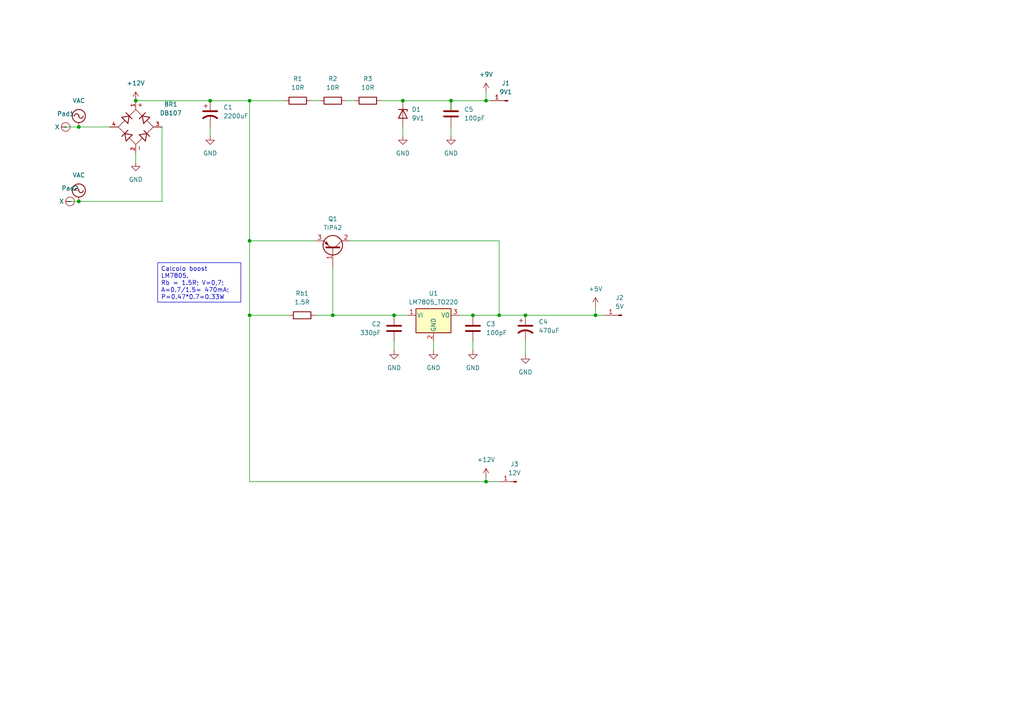
<source format=kicad_sch>
(kicad_sch (version 20230121) (generator eeschema)
  (paper "A4")
  (title_block (title "Dag Supply") (date "2024-02-10") (rev "v0.1.2") (company "DagTech"))
  (lib_symbols
    (symbol "Connector:Conn_01x01_Pin" (pin_names (offset 1.016) hide)
      (property "Reference" "J" (at 0 2.54 0))
      (property "Value" "Conn_01x01_Pin" (at 0 -2.54 0))
      (symbol "Conn_01x01_Pin_1_1"
        (polyline (pts (xy 1.27 0) (xy 0.8636 0)) (stroke (width 0.1524)))
        (rectangle (start 0.8636 0.127) (end 0 -0.127) (stroke (width 0.1524)) (fill (type outline)))
        (pin passive line (at 5.08 0 180) (length 3.81) (name "Pin_1") (number "1"))
      )
    )
    (symbol "DB107:DB107" (pin_names (offset 1.016))
      (property "Reference" "BR" (at 5.08 5.08 0))
      (property "Value" "DB107" (at 5.08 -7.62 0))
      (symbol "DB107_0_0"
        (polyline (pts (xy -6.858 1.27) (xy -5.842 1.27)) (stroke (width 0.1524)))
        (polyline (pts (xy -6.35 0.762) (xy -6.35 1.778)) (stroke (width 0.1524)))
        (polyline (pts (xy -5.08 0) (xy -3.175 -1.905)) (stroke (width 0.1524)))
        (polyline (pts (xy -3.175 -1.905) (xy -2.794 -4.064)) (stroke (width 0.254)))
        (polyline (pts (xy -3.175 -1.905) (xy -1.016 -2.286)) (stroke (width 0.254)))
        (polyline (pts (xy -3.175 1.905) (xy -5.08 0)) (stroke (width 0.1524)))
        (polyline (pts (xy -3.175 1.905) (xy -2.794 4.064)) (stroke (width 0.254)))
        (polyline (pts (xy -3.175 1.905) (xy -1.016 2.286)) (stroke (width 0.254)))
        (polyline (pts (xy -2.3622 -1.0668) (xy -4.1402 -2.8448)) (stroke (width 0.254)))
        (polyline (pts (xy -2.3622 1.016) (xy -4.1402 2.794)) (stroke (width 0.254)))
        (polyline (pts (xy -1.016 -2.286) (xy -2.794 -4.064)) (stroke (width 0.254)))
        (polyline (pts (xy -1.016 2.286) (xy -2.794 4.064)) (stroke (width 0.254)))
        (polyline (pts (xy 0 -5.08) (xy -1.8034 -3.2766)) (stroke (width 0.1524)))
        (polyline (pts (xy 0 -5.08) (xy 1.905 -3.175)) (stroke (width 0.1524)))
        (polyline (pts (xy 0 5.08) (xy -1.8034 3.2766)) (stroke (width 0.1524)))
        (polyline (pts (xy 1.905 -3.175) (xy 2.286 -1.016)) (stroke (width 0.254)))
        (polyline (pts (xy 1.905 -3.175) (xy 4.064 -2.794)) (stroke (width 0.254)))
        (polyline (pts (xy 1.905 3.175) (xy 0 5.08)) (stroke (width 0.1524)))
        (polyline (pts (xy 1.905 3.175) (xy 2.286 1.016)) (stroke (width 0.254)))
        (polyline (pts (xy 1.905 3.175) (xy 4.064 2.794)) (stroke (width 0.254)))
        (polyline (pts (xy 2.7178 -4.0386) (xy 0.9398 -2.2606)) (stroke (width 0.254)))
        (polyline (pts (xy 2.7178 4.0386) (xy 1.0668 2.3876)) (stroke (width 0.254)))
        (polyline (pts (xy 3.2766 -1.8034) (xy 5.08 0)) (stroke (width 0.1524)))
        (polyline (pts (xy 4.064 -2.794) (xy 2.286 -1.016)) (stroke (width 0.254)))
        (polyline (pts (xy 4.064 2.794) (xy 2.286 1.016)) (stroke (width 0.254)))
        (polyline (pts (xy 5.08 0) (xy 3.2766 1.8034)) (stroke (width 0.1524)))
        (polyline (pts (xy 5.588 1.016) (xy 6.604 1.016)) (stroke (width 0.1524)))
        (pin passive line (at -7.62 0 0) (length 2.54) (name "~") (number "1"))
        (pin passive line (at 7.62 0 180) (length 2.54) (name "~") (number "2"))
        (pin passive line (at 0 7.62 270) (length 2.54) (name "~") (number "3"))
        (pin passive line (at 0 -7.62 90) (length 2.54) (name "~") (number "4"))
      )
    )
    (symbol "Device:C" (pin_numbers hide) (pin_names (offset 0.254))
      (property "Reference" "C" (at 0.635 2.54 0))
      (property "Value" "C" (at 0.635 -2.54 0))
      (symbol "C_0_1"
        (polyline (pts (xy -2.032 -0.762) (xy 2.032 -0.762)) (stroke (width 0.508)))
        (polyline (pts (xy -2.032 0.762) (xy 2.032 0.762)) (stroke (width 0.508)))
      )
      (symbol "C_1_1"
        (pin passive line (at 0 3.81 270) (length 2.794) (name "~") (number "1"))
        (pin passive line (at 0 -3.81 90) (length 2.794) (name "~") (number "2"))
      )
    )
    (symbol "Device:C_Polarized_US" (pin_numbers hide) (pin_names (offset 0.254) hide)
      (property "Reference" "C" (at 0.635 2.54 0))
      (property "Value" "C_Polarized_US" (at 0.635 -2.54 0))
      (symbol "C_Polarized_US_0_1"
        (polyline (pts (xy -2.032 0.762) (xy 2.032 0.762)) (stroke (width 0.508)))
        (polyline (pts (xy -1.778 2.286) (xy -0.762 2.286)))
        (polyline (pts (xy -1.27 1.778) (xy -1.27 2.794)))
        (arc (start 2.032 -1.27) (mid 0 -0.5572) (end -2.032 -1.27) (stroke (width 0.508)))
      )
      (symbol "C_Polarized_US_1_1"
        (pin passive line (at 0 3.81 270) (length 2.794) (name "~") (number "1"))
        (pin passive line (at 0 -3.81 90) (length 3.302) (name "~") (number "2"))
      )
    )
    (symbol "Device:D_Zener" (pin_numbers hide) (pin_names (offset 1.016) hide)
      (property "Reference" "D" (at 0 2.54 0))
      (property "Value" "D_Zener" (at 0 -2.54 0))
      (symbol "D_Zener_0_1"
        (polyline (pts (xy 1.27 0) (xy -1.27 0)))
        (polyline (pts (xy -1.27 -1.27) (xy -1.27 1.27) (xy -0.762 1.27)) (stroke (width 0.254)))
        (polyline (pts (xy 1.27 -1.27) (xy 1.27 1.27) (xy -1.27 0) (xy 1.27 -1.27)) (stroke (width 0.254)))
      )
      (symbol "D_Zener_1_1"
        (pin passive line (at -3.81 0 0) (length 2.54) (name "K") (number "1"))
        (pin passive line (at 3.81 0 180) (length 2.54) (name "A") (number "2"))
      )
    )
    (symbol "Device:R" (pin_numbers hide) (pin_names (offset 0))
      (property "Reference" "R" (at 2.032 0 90))
      (property "Value" "R" (at 0 0 90))
      (symbol "R_0_1"
        (rectangle (start -1.016 -2.54) (end 1.016 2.54) (stroke (width 0.254)))
      )
      (symbol "R_1_1"
        (pin passive line (at 0 3.81 270) (length 1.27) (name "~") (number "1"))
        (pin passive line (at 0 -3.81 90) (length 1.27) (name "~") (number "2"))
      )
    )
    (symbol "Regulator_Linear:LM7805_TO220" (pin_names (offset 0.254))
      (property "Reference" "U" (at -3.81 3.175 0))
      (property "Value" "LM7805_TO220" (at 0 3.175 0))
      (symbol "LM7805_TO220_0_1"
        (rectangle (start -5.08 1.905) (end 5.08 -5.08) (stroke (width 0.254)) (fill (type background)))
      )
      (symbol "LM7805_TO220_1_1"
        (pin power_in line (at -7.62 0 0) (length 2.54) (name "VI") (number "1"))
        (pin power_in line (at 0 -7.62 90) (length 2.54) (name "GND") (number "2"))
        (pin power_out line (at 7.62 0 180) (length 2.54) (name "VO") (number "3"))
      )
    )
    (symbol "Transistor_BJT:TIP42" (pin_names (offset 0) hide)
      (property "Reference" "Q" (at 6.35 1.905 0))
      (property "Value" "TIP42" (at 6.35 0 0))
      (symbol "TIP42_0_1"
        (polyline (pts (xy 0.635 0.635) (xy 2.54 2.54)))
        (polyline (pts (xy 0.635 -0.635) (xy 2.54 -2.54) (xy 2.54 -2.54)))
        (polyline (pts (xy 0.635 1.905) (xy 0.635 -1.905) (xy 0.635 -1.905)) (stroke (width 0.508)))
        (polyline (pts (xy 2.286 -1.778) (xy 1.778 -2.286) (xy 1.27 -1.27) (xy 2.286 -1.778) (xy 2.286 -1.778)) (fill (type outline)))
        (circle (center 1.27 0) (radius 2.8194) (stroke (width 0.254)))
      )
      (symbol "TIP42_1_1"
        (pin input line (at -5.08 0 0) (length 5.715) (name "B") (number "1"))
        (pin passive line (at 2.54 5.08 270) (length 2.54) (name "C") (number "2"))
        (pin passive line (at 2.54 -5.08 90) (length 2.54) (name "E") (number "3"))
      )
    )
    (symbol "dag1:dag-pad"
      (property "Reference" "Pad" (at 0 2.54 0))
      (symbol "dag-pad_0_1"
        (circle (center 0 0) (radius 1.27))
      )
      (symbol "dag-pad_1_1"
        (pin bidirectional line (at 0 0 0) (length 1.25) (name "X") (number ""))
      )
    )
    (symbol "power:+12V" (power) (pin_names (offset 0))
      (property "Value" "+12V" (at 0 3.556 0))
      (symbol "+12V_0_1"
        (polyline (pts (xy -0.762 1.27) (xy 0 2.54)))
        (polyline (pts (xy 0 0) (xy 0 2.54)))
        (polyline (pts (xy 0 2.54) (xy 0.762 1.27)))
      )
      (symbol "+12V_1_1"
        (pin power_in line (at 0 0 90) (length 0) hide (name "+12V") (number "1"))
      )
    )
    (symbol "power:+5V" (power) (pin_names (offset 0))
      (property "Value" "+5V" (at 0 3.556 0))
      (symbol "+5V_0_1"
        (polyline (pts (xy -0.762 1.27) (xy 0 2.54)))
        (polyline (pts (xy 0 0) (xy 0 2.54)))
        (polyline (pts (xy 0 2.54) (xy 0.762 1.27)))
      )
      (symbol "+5V_1_1"
        (pin power_in line (at 0 0 90) (length 0) hide (name "+5V") (number "1"))
      )
    )
    (symbol "power:+9V" (power) (pin_names (offset 0))
      (property "Value" "+9V" (at 0 3.556 0))
      (symbol "+9V_0_1"
        (polyline (pts (xy -0.762 1.27) (xy 0 2.54)))
        (polyline (pts (xy 0 0) (xy 0 2.54)))
        (polyline (pts (xy 0 2.54) (xy 0.762 1.27)))
      )
      (symbol "+9V_1_1"
        (pin power_in line (at 0 0 90) (length 0) hide (name "+9V") (number "1"))
      )
    )
    (symbol "power:GND" (power) (pin_names (offset 0))
      (property "Value" "GND" (at 0 -3.81 0))
      (symbol "GND_0_1"
        (polyline (pts (xy 0 0) (xy 0 -1.27) (xy 1.27 -1.27) (xy 0 -2.54) (xy -1.27 -1.27) (xy 0 -1.27)))
      )
      (symbol "GND_1_1"
        (pin power_in line (at 0 0 270) (length 0) hide (name "GND") (number "1"))
      )
    )
    (symbol "power:VAC" (power) (pin_names (offset 0))
      (property "Value" "VAC" (at 0 6.35 0))
      (symbol "VAC_0_1"
        (polyline (pts (xy 0 0) (xy 0 1.27)))
        (arc (start 0 3.175) (mid -0.635 3.8073) (end -1.27 3.175) (stroke (width 0.254)))
        (arc (start 0 3.175) (mid 0.635 2.5427) (end 1.27 3.175) (stroke (width 0.254)))
        (circle (center 0 3.175) (radius 1.905) (stroke (width 0.254)))
      )
      (symbol "VAC_1_1"
        (pin power_in line (at 0 0 90) (length 0) hide (name "VAC") (number "1"))
      )
    )
  )
  (junction (at 130.81 29.21))
  (junction (at 140.97 29.21))
  (junction (at 72.39 69.85))
  (junction (at 116.84 29.21))
  (junction (at 22.86 36.83))
  (junction (at 72.39 29.21))
  (junction (at 96.52 91.44))
  (junction (at 172.72 91.44))
  (junction (at 114.3 91.44))
  (junction (at 60.96 29.21))
  (junction (at 152.4 91.44))
  (junction (at 140.97 139.7))
  (junction (at 137.16 91.44))
  (junction (at 144.78 91.44))
  (junction (at 22.86 58.42))
  (junction (at 39.37 29.21))
  (junction (at 72.39 91.44))
  (wire (pts (xy 101.6 69.85) (xy 144.78 69.85)))
  (wire (pts (xy 140.97 139.7) (xy 72.39 139.7)))
  (wire (pts (xy 133.35 91.44) (xy 137.16 91.44)))
  (wire (pts (xy 22.86 36.83) (xy 31.75 36.83)))
  (wire (pts (xy 72.39 69.85) (xy 72.39 91.44)))
  (wire (pts (xy 72.39 69.85) (xy 91.44 69.85)))
  (wire (pts (xy 116.84 36.83) (xy 116.84 39.37)))
  (wire (pts (xy 137.16 99.06) (xy 137.16 101.6)))
  (wire (pts (xy 60.96 29.21) (xy 72.39 29.21)))
  (wire (pts (xy 125.73 99.06) (xy 125.73 101.6)))
  (wire (pts (xy 144.78 139.7) (xy 140.97 139.7)))
  (wire (pts (xy 72.39 29.21) (xy 82.55 29.21)))
  (wire (pts (xy 96.52 91.44) (xy 91.44 91.44)))
  (wire (pts (xy 152.4 91.44) (xy 172.72 91.44)))
  (wire (pts (xy 130.81 36.83) (xy 130.81 39.37)))
  (wire (pts (xy 60.96 36.83) (xy 60.96 39.37)))
  (wire (pts (xy 140.97 138.43) (xy 140.97 139.7)))
  (wire (pts (xy 114.3 99.06) (xy 114.3 101.6)))
  (wire (pts (xy 137.16 91.44) (xy 144.78 91.44)))
  (wire (pts (xy 130.81 31.75) (xy 130.81 29.21)))
  (wire (pts (xy 144.78 69.85) (xy 144.78 91.44)))
  (wire (pts (xy 140.97 29.21) (xy 142.24 29.21)))
  (wire (pts (xy 39.37 44.45) (xy 39.37 46.99)))
  (wire (pts (xy 83.82 91.44) (xy 72.39 91.44)))
  (wire (pts (xy 46.99 58.42) (xy 46.99 36.83)))
  (wire (pts (xy 22.86 58.42) (xy 46.99 58.42)))
  (wire (pts (xy 72.39 91.44) (xy 72.39 139.7)))
  (wire (pts (xy 172.72 88.9) (xy 172.72 91.44)))
  (wire (pts (xy 114.3 91.44) (xy 96.52 91.44)))
  (wire (pts (xy 20.32 58.42) (xy 22.86 58.42)))
  (wire (pts (xy 96.52 77.47) (xy 96.52 91.44)))
  (wire (pts (xy 110.49 29.21) (xy 116.84 29.21)))
  (wire (pts (xy 130.81 29.21) (xy 140.97 29.21)))
  (wire (pts (xy 72.39 29.21) (xy 72.39 69.85)))
  (wire (pts (xy 144.78 91.44) (xy 152.4 91.44)))
  (wire (pts (xy 140.97 26.67) (xy 140.97 29.21)))
  (wire (pts (xy 19.05 36.83) (xy 22.86 36.83)))
  (wire (pts (xy 152.4 99.06) (xy 152.4 102.87)))
  (wire (pts (xy 114.3 91.44) (xy 118.11 91.44)))
  (wire (pts (xy 100.33 29.21) (xy 102.87 29.21)))
  (wire (pts (xy 172.72 91.44) (xy 175.26 91.44)))
  (wire (pts (xy 39.37 29.21) (xy 60.96 29.21)))
  (wire (pts (xy 116.84 29.21) (xy 130.81 29.21)))
  (wire (pts (xy 90.17 29.21) (xy 92.71 29.21)))
  (text_box "Calcolo boost LM7805.\nRb = 1.5R; V=0,7; \nA=0.7/1.5= 470mA; \nP=0.47*0.7=0.33W\n" (at 45.72 76.2 0) (size 24.13 11.43) (effects (font (size 1.27 1.27)) (justify left top)))
  (symbol (lib_id "power:GND") (at 39.37 46.99 0) (unit 1)
    (property "Reference" "#PWR01" (effects hide))
    (property "Value" "GND" (at 39.37 52.07 0))
  )
  (symbol (lib_id "power:GND") (at 130.81 39.37 0) (unit 1)
    (property "Reference" "#PWR08" (effects hide))
    (property "Value" "GND" (at 130.81 44.45 0))
  )
  (symbol (lib_id "Transistor_BJT:TIP42") (at 96.52 72.39 270) (mirror x) (unit 1)
    (property "Reference" "Q1" (at 96.52 63.5 90))
    (property "Value" "TIP42" (at 96.52 66.04 90))
    (property "Footprint" "Package_TO_SOT_THT:TO-220-3_Vertical" (effects hide))
    (property "Datasheet" "https://www.centralsemi.com/get_document.php?cmp=1&mergetype=pd&mergepath=pd&pdf_id=TIP42.PDF" (effects hide))
  )
  (symbol (lib_id "dag1:dag-pad") (at 20.32 58.42 0) (mirror y) (unit 1)
    (property "Reference" "Pad2" (at 20.32 54.61 0))
    (property "Value" "~" (at 20.32 58.42 0))
    (property "Footprint" "dag:dag-pad" (effects hide))
  )
  (symbol (lib_id "Device:R") (at 86.36 29.21 90) (unit 1)
    (property "Reference" "R1" (at 86.36 22.86 90))
    (property "Value" "10R" (at 86.36 25.4 90))
    (property "Footprint" "Resistor_THT:R_Axial_DIN0516_L15.5mm_D5.0mm_P20.32mm_Horizontal" (effects hide))
  )
  (symbol (lib_id "Regulator_Linear:LM7805_TO220") (at 125.73 91.44 0) (unit 1)
    (property "Reference" "U1" (at 125.73 85.09 0))
    (property "Value" "LM7805_TO220" (at 125.73 87.63 0))
    (property "Footprint" "Package_TO_SOT_THT:TO-220-3_Vertical" (effects hide))
    (property "Datasheet" "https://www.onsemi.cn/PowerSolutions/document/MC7800-D.PDF" (effects hide))
  )
  (symbol (lib_id "Device:C_Polarized_US") (at 152.4 95.25 0) (unit 1)
    (property "Reference" "C4" (at 156.21 93.345 0) (effects (justify left)))
    (property "Value" "470uF" (at 156.21 95.885 0) (effects (justify left)))
    (property "Footprint" "Capacitor_THT:CP_Radial_D6.3mm_P2.50mm" (effects hide))
  )
  (symbol (lib_id "Connector:Conn_01x01_Pin") (at 149.86 139.7 0) (mirror y) (unit 1)
    (property "Reference" "J3" (at 149.225 134.62 0))
    (property "Value" "12V" (at 149.225 137.16 0))
    (property "Footprint" "Connector_PinHeader_1.00mm:PinHeader_1x01_P1.00mm_Vertical" (effects hide))
  )
  (symbol (lib_id "Device:C_Polarized_US") (at 60.96 33.02 0) (unit 1)
    (property "Reference" "C1" (at 64.77 31.115 0) (effects (justify left)))
    (property "Value" "2200uF" (at 64.77 33.655 0) (effects (justify left)))
    (property "Footprint" "Capacitor_THT:CP_Radial_D16.0mm_P7.50mm" (effects hide))
  )
  (symbol (lib_id "Device:C") (at 137.16 95.25 0) (unit 1)
    (property "Reference" "C3" (at 140.97 93.98 0) (effects (justify left)))
    (property "Value" "100pF" (at 140.97 96.52 0) (effects (justify left)))
    (property "Footprint" "Capacitor_THT:C_Disc_D4.3mm_W1.9mm_P5.00mm" (effects hide))
  )
  (symbol (lib_id "Device:R") (at 96.52 29.21 90) (unit 1)
    (property "Reference" "R2" (at 96.52 22.86 90))
    (property "Value" "10R" (at 96.52 25.4 90))
    (property "Footprint" "Resistor_THT:R_Axial_DIN0516_L15.5mm_D5.0mm_P20.32mm_Horizontal" (effects hide))
  )
  (symbol (lib_id "Device:D_Zener") (at 116.84 33.02 270) (unit 1)
    (property "Reference" "D1" (at 119.38 31.75 90) (effects (justify left)))
    (property "Value" "9V1" (at 119.38 34.29 90) (effects (justify left)))
    (property "Footprint" "Diode_THT:D_T-1_P10.16mm_Horizontal" (effects hide))
  )
  (symbol (lib_id "Device:R") (at 87.63 91.44 90) (unit 1)
    (property "Reference" "Rb1" (at 87.63 85.09 90))
    (property "Value" "1.5R" (at 87.63 87.63 90))
    (property "Footprint" "Resistor_THT:R_Axial_DIN0617_L17.0mm_D6.0mm_P25.40mm_Horizontal" (effects hide))
  )
  (symbol (lib_id "Connector:Conn_01x01_Pin") (at 147.32 29.21 0) (mirror y) (unit 1)
    (property "Reference" "J1" (at 146.685 24.13 0))
    (property "Value" "9V1" (at 146.685 26.67 0))
    (property "Footprint" "Connector_PinHeader_1.00mm:PinHeader_1x01_P1.00mm_Vertical" (effects hide))
  )
  (symbol (lib_id "Connector:Conn_01x01_Pin") (at 180.34 91.44 0) (mirror y) (unit 1)
    (property "Reference" "J2" (at 179.705 86.36 0))
    (property "Value" "5V" (at 179.705 88.9 0))
    (property "Footprint" "Connector_PinHeader_1.00mm:PinHeader_1x01_P1.00mm_Vertical" (effects hide))
  )
  (symbol (lib_id "power:GND") (at 60.96 39.37 0) (unit 1)
    (property "Reference" "#PWR06" (effects hide))
    (property "Value" "GND" (at 60.96 44.45 0))
  )
  (symbol (lib_id "power:+12V") (at 39.37 29.21 0) (unit 1)
    (property "Reference" "#PWR09" (effects hide))
    (property "Value" "+12V" (at 39.37 24.13 0))
  )
  (symbol (lib_id "power:VAC") (at 22.86 36.83 0) (unit 1)
    (property "Reference" "#PWR011" (effects hide))
    (property "Value" "VAC" (at 22.86 29.21 0))
  )
  (symbol (lib_id "DB107:DB107") (at 39.37 36.83 270) (unit 1)
    (property "Reference" "BR1" (at 49.53 30.2513 90))
    (property "Value" "DB107" (at 49.53 32.7913 90))
    (property "Footprint" "DB107:DIP825W50P509L880H320Q4" (effects hide))
    (property "MF" "Rectron USA" (effects hide))
    (property "MAXIMUM_PACKAGE_HEIGHT" "3.2 mm" (effects hide))
    (property "Package" "SMD-4 Rectron" (effects hide))
    (property "Price" "None" (effects hide))
    (property "Check_prices" "https://www.snapeda.com/parts/DB107/Rectron/view-part/?ref=eda" (effects hide))
    (property "STANDARD" "IPC-7351B" (effects hide))
    (property "PARTREV" "13" (effects hide))
    (property "SnapEDA_Link" "https://www.snapeda.com/parts/DB107/Rectron/view-part/?ref=snap" (effects hide))
    (property "MP" "DB107" (effects hide))
    (property "Description" "\nBridge Rectifier Single Phase Standard 1 kV Surface Mount DB-S\n" (effects hide))
    (property "Availability" "In Stock" (effects hide))
    (property "MANUFACTURER" "EIC Semiconductor" (effects hide))
  )
  (symbol (lib_id "Device:C") (at 114.3 95.25 0) (mirror y) (unit 1)
    (property "Reference" "C2" (at 110.49 93.98 0) (effects (justify left)))
    (property "Value" "330pF" (at 110.49 96.52 0) (effects (justify left)))
    (property "Footprint" "Capacitor_THT:CP_Radial_D4.0mm_P2.00mm" (effects hide))
  )
  (symbol (lib_id "power:GND") (at 116.84 39.37 0) (unit 1)
    (property "Reference" "#PWR07" (effects hide))
    (property "Value" "GND" (at 116.84 44.45 0))
  )
  (symbol (lib_id "power:VAC") (at 22.86 58.42 0) (unit 1)
    (property "Reference" "#PWR010" (effects hide))
    (property "Value" "VAC" (at 22.86 50.8 0))
  )
  (symbol (lib_id "dag1:dag-pad") (at 19.05 36.83 0) (mirror y) (unit 1)
    (property "Reference" "Pad1" (at 19.05 33.02 0))
    (property "Value" "~" (at 19.05 36.83 0))
    (property "Footprint" "dag:dag-pad" (effects hide))
  )
  (symbol (lib_id "power:GND") (at 114.3 101.6 0) (unit 1)
    (property "Reference" "#PWR03" (effects hide))
    (property "Value" "GND" (at 114.3 106.68 0))
  )
  (symbol (lib_id "power:+12V") (at 140.97 138.43 0) (unit 1)
    (property "Reference" "#PWR012" (effects hide))
    (property "Value" "+12V" (at 140.97 133.35 0))
  )
  (symbol (lib_id "power:GND") (at 152.4 102.87 0) (unit 1)
    (property "Reference" "#PWR05" (effects hide))
    (property "Value" "GND" (at 152.4 107.95 0))
  )
  (symbol (lib_id "Device:C") (at 130.81 33.02 0) (unit 1)
    (property "Reference" "C5" (at 134.62 31.75 0) (effects (justify left)))
    (property "Value" "100pF" (at 134.62 34.29 0) (effects (justify left)))
    (property "Footprint" "Capacitor_THT:C_Disc_D4.3mm_W1.9mm_P5.00mm" (effects hide))
  )
  (symbol (lib_id "power:+5V") (at 172.72 88.9 0) (unit 1)
    (property "Reference" "#PWR014" (effects hide))
    (property "Value" "+5V" (at 172.72 83.82 0))
  )
  (symbol (lib_id "power:+9V") (at 140.97 26.67 0) (unit 1)
    (property "Reference" "#PWR013" (effects hide))
    (property "Value" "+9V" (at 140.97 21.59 0))
  )
  (symbol (lib_id "power:GND") (at 137.16 101.6 0) (unit 1)
    (property "Reference" "#PWR04" (effects hide))
    (property "Value" "GND" (at 137.16 106.68 0))
  )
  (symbol (lib_id "Device:R") (at 106.68 29.21 90) (unit 1)
    (property "Reference" "R3" (at 106.68 22.86 90))
    (property "Value" "10R" (at 106.68 25.4 90))
    (property "Footprint" "Resistor_THT:R_Axial_DIN0516_L15.5mm_D5.0mm_P20.32mm_Horizontal" (effects hide))
  )
  (symbol (lib_id "power:GND") (at 125.73 101.6 0) (unit 1)
    (property "Reference" "#PWR02" (effects hide))
    (property "Value" "GND" (at 125.73 106.68 0))
  )
)
</source>
